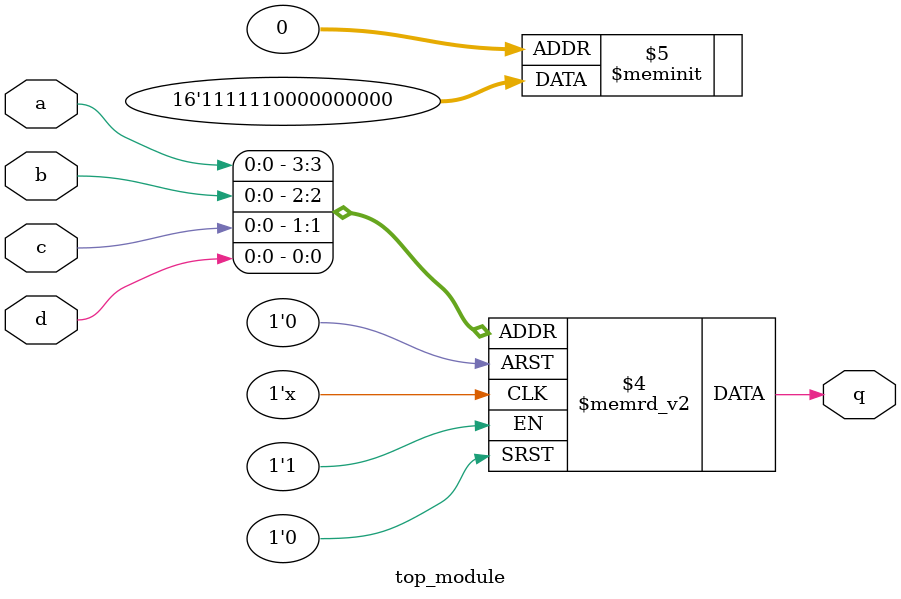
<source format=sv>
module top_module (
    input a,
    input b,
    input c,
    input d,
    output reg q
);

always @(*) begin
    case ({a, b, c, d})
        4'b0000: q = 0;
        4'b0001: q = 0;
        4'b0010: q = 0;
        4'b0011: q = 0;
        4'b0100: q = 0;
        
        4'b0101: q = 0;
        4'b0110: q = 0;
        4'b0111: q = 0;
        
        4'b1000: q = 0;
        4'b1001: q = 0;
        4'b1010: q = 1;
        4'b1011: q = 1;

        4'b1100: q = 1;
        4'b1101: q = 1;
        4'b1110: q = 1;
        4'b1111: q = 1;

        default: q = 0;
    endcase
end

endmodule

</source>
